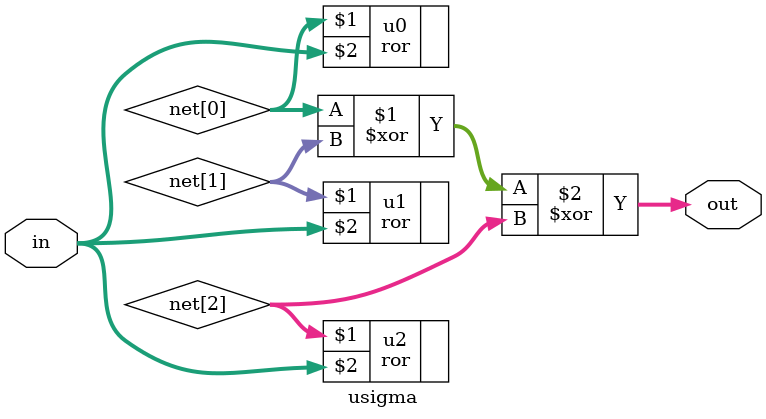
<source format=v>
/*!
* @file usigma0.v
* @brief Uppercase Sigma 0 Module
* @author LDFranck
* @date February 2023
* @version v1
*
* @details
*  Uppercase Sigma 0 module implementation in Verilog.
*  The module returns the result of 'SIGMA0' function applied 
*  to the input signal 'in'.
*/

module usigma(out, in);

	parameter ROTATE_BITS_0 = 1;
	parameter ROTATE_BITS_1 = 1;
	parameter ROTATE_BITS_2 = 1;

	input  [31:0] in;
	output [31:0] out;

	wire [31:0] net [2:0];	//!< 3x 32-bits words

	ror #(ROTATE_BITS_0) u0(net[0], in);
	ror #(ROTATE_BITS_1) u1(net[1], in);
	ror #(ROTATE_BITS_2) u2(net[2], in);

	assign out = net[0] ^ net[1] ^ net[2];

endmodule

</source>
